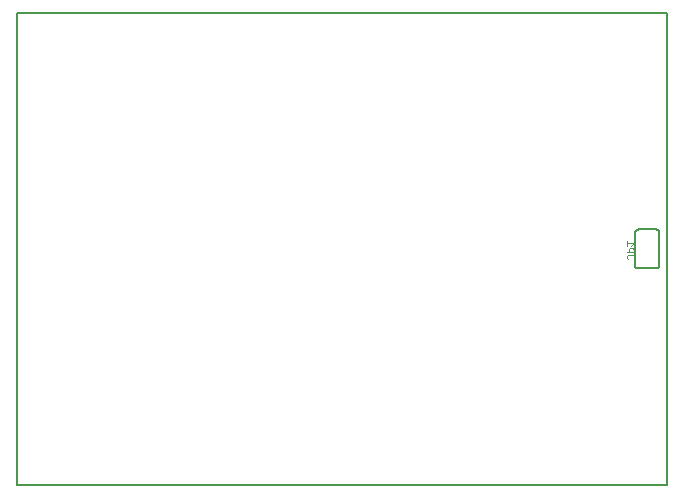
<source format=gbo>
G75*
%MOIN*%
%OFA0B0*%
%FSLAX25Y25*%
%IPPOS*%
%LPD*%
%AMOC8*
5,1,8,0,0,1.08239X$1,22.5*
%
%ADD10C,0.00600*%
%ADD11C,0.00800*%
%ADD12C,0.00100*%
D10*
X0028250Y0020400D02*
X0244785Y0020400D01*
X0244785Y0177880D01*
X0028250Y0177880D01*
X0028250Y0020400D01*
D11*
X0234250Y0093650D02*
X0234250Y0104650D01*
X0234252Y0104710D01*
X0234257Y0104771D01*
X0234266Y0104830D01*
X0234279Y0104889D01*
X0234295Y0104948D01*
X0234315Y0105005D01*
X0234338Y0105060D01*
X0234365Y0105115D01*
X0234394Y0105167D01*
X0234427Y0105218D01*
X0234463Y0105267D01*
X0234501Y0105313D01*
X0234543Y0105357D01*
X0234587Y0105399D01*
X0234633Y0105437D01*
X0234682Y0105473D01*
X0234733Y0105506D01*
X0234785Y0105535D01*
X0234840Y0105562D01*
X0234895Y0105585D01*
X0234952Y0105605D01*
X0235011Y0105621D01*
X0235070Y0105634D01*
X0235129Y0105643D01*
X0235190Y0105648D01*
X0235250Y0105650D01*
X0241250Y0105650D01*
X0241310Y0105648D01*
X0241371Y0105643D01*
X0241430Y0105634D01*
X0241489Y0105621D01*
X0241548Y0105605D01*
X0241605Y0105585D01*
X0241660Y0105562D01*
X0241715Y0105535D01*
X0241767Y0105506D01*
X0241818Y0105473D01*
X0241867Y0105437D01*
X0241913Y0105399D01*
X0241957Y0105357D01*
X0241999Y0105313D01*
X0242037Y0105267D01*
X0242073Y0105218D01*
X0242106Y0105167D01*
X0242135Y0105115D01*
X0242162Y0105060D01*
X0242185Y0105005D01*
X0242205Y0104948D01*
X0242221Y0104889D01*
X0242234Y0104830D01*
X0242243Y0104771D01*
X0242248Y0104710D01*
X0242250Y0104650D01*
X0242250Y0093650D01*
X0242248Y0093590D01*
X0242243Y0093529D01*
X0242234Y0093470D01*
X0242221Y0093411D01*
X0242205Y0093352D01*
X0242185Y0093295D01*
X0242162Y0093240D01*
X0242135Y0093185D01*
X0242106Y0093133D01*
X0242073Y0093082D01*
X0242037Y0093033D01*
X0241999Y0092987D01*
X0241957Y0092943D01*
X0241913Y0092901D01*
X0241867Y0092863D01*
X0241818Y0092827D01*
X0241767Y0092794D01*
X0241715Y0092765D01*
X0241660Y0092738D01*
X0241605Y0092715D01*
X0241548Y0092695D01*
X0241489Y0092679D01*
X0241430Y0092666D01*
X0241371Y0092657D01*
X0241310Y0092652D01*
X0241250Y0092650D01*
X0235250Y0092650D01*
X0235190Y0092652D01*
X0235129Y0092657D01*
X0235070Y0092666D01*
X0235011Y0092679D01*
X0234952Y0092695D01*
X0234895Y0092715D01*
X0234840Y0092738D01*
X0234785Y0092765D01*
X0234733Y0092794D01*
X0234682Y0092827D01*
X0234633Y0092863D01*
X0234587Y0092901D01*
X0234543Y0092943D01*
X0234501Y0092987D01*
X0234463Y0093033D01*
X0234427Y0093082D01*
X0234394Y0093133D01*
X0234365Y0093185D01*
X0234338Y0093240D01*
X0234315Y0093295D01*
X0234295Y0093352D01*
X0234279Y0093411D01*
X0234266Y0093470D01*
X0234257Y0093529D01*
X0234252Y0093590D01*
X0234250Y0093650D01*
D12*
X0233702Y0096652D02*
X0233702Y0097420D01*
X0233702Y0097036D02*
X0231784Y0097036D01*
X0231400Y0096652D01*
X0231400Y0096269D01*
X0231784Y0095885D01*
X0232167Y0098095D02*
X0232167Y0099246D01*
X0232551Y0099630D01*
X0233318Y0099630D01*
X0233702Y0099246D01*
X0233702Y0098095D01*
X0231400Y0098095D01*
X0231400Y0100305D02*
X0231400Y0101840D01*
X0231400Y0101072D02*
X0233702Y0101072D01*
X0232935Y0100305D01*
M02*

</source>
